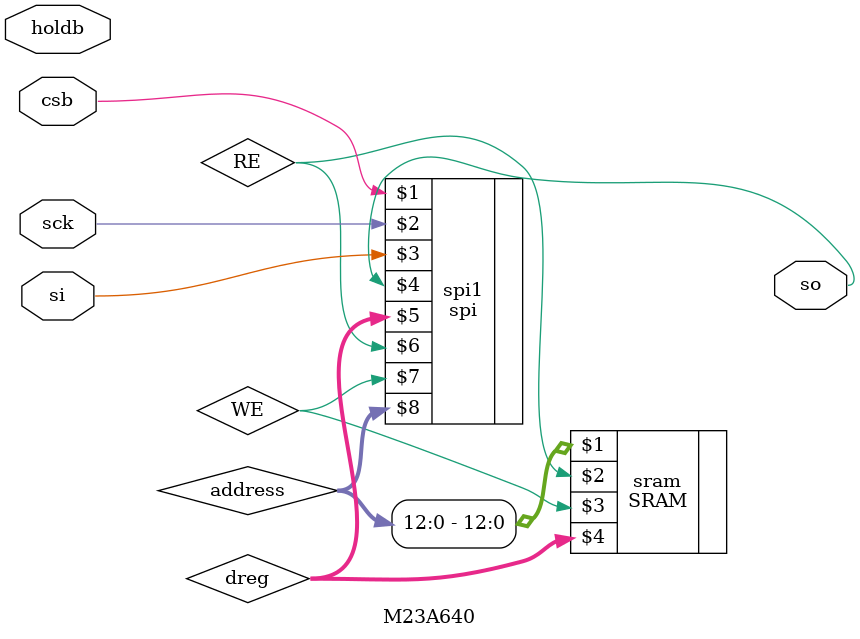
<source format=v>
module M23A640(csb, so, holdb, sck, si);
input csb;
output so;
input holdb;
input sck;
input si;

wire [7:0]dreg;
wire WE;
wire RE;
wire [15:0] address;


spi spi1(csb, sck, si, so, dreg, RE, WE, address);
SRAM sram({address[12:0]}, RE, WE, dreg);

endmodule
</source>
